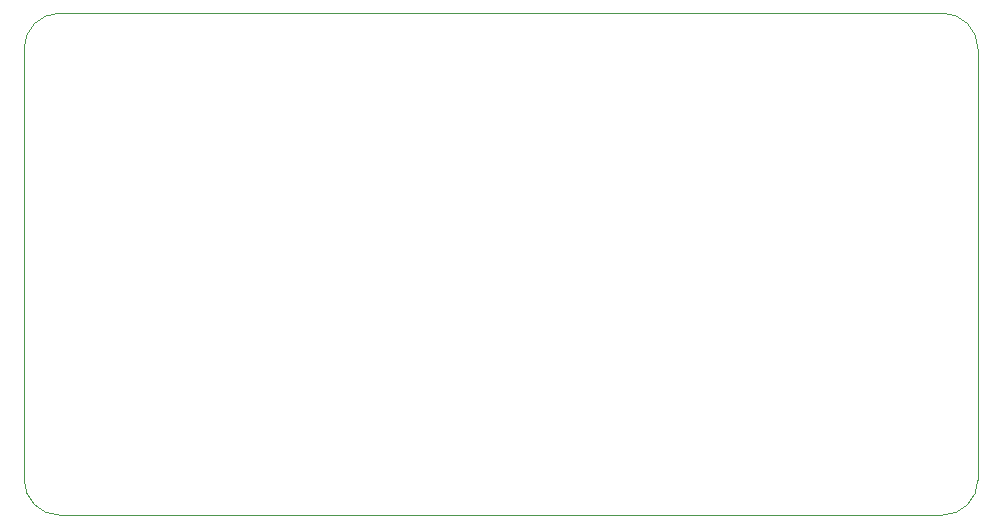
<source format=gbr>
G04 #@! TF.GenerationSoftware,KiCad,Pcbnew,(5.1.2)-1*
G04 #@! TF.CreationDate,2019-06-26T12:31:23+09:00*
G04 #@! TF.ProjectId,___5vout___,4b9c4d35-766f-4757-945f-fb902e6b6963,rev?*
G04 #@! TF.SameCoordinates,Original*
G04 #@! TF.FileFunction,Profile,NP*
%FSLAX46Y46*%
G04 Gerber Fmt 4.6, Leading zero omitted, Abs format (unit mm)*
G04 Created by KiCad (PCBNEW (5.1.2)-1) date 2019-06-26 12:31:23*
%MOMM*%
%LPD*%
G04 APERTURE LIST*
%ADD10C,0.050000*%
G04 APERTURE END LIST*
D10*
X156500000Y-79000000D02*
G75*
G02X159500000Y-82000000I0J-3000000D01*
G01*
X81750000Y-121500000D02*
G75*
G02X78750000Y-118500000I0J3000000D01*
G01*
X78750000Y-82000000D02*
G75*
G02X81750000Y-79000000I3000000J0D01*
G01*
X156500000Y-79000000D02*
X81750000Y-79000000D01*
X159500000Y-118500000D02*
X159500000Y-82000000D01*
X159500000Y-118500000D02*
G75*
G02X156500000Y-121500000I-3000000J0D01*
G01*
X81750000Y-121500000D02*
X156500000Y-121500000D01*
X78750000Y-82000000D02*
X78750000Y-118500000D01*
M02*

</source>
